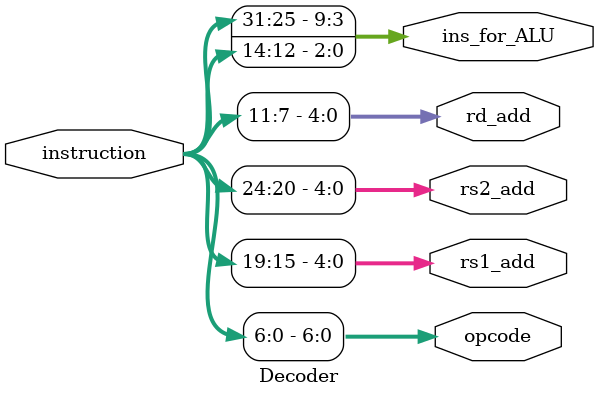
<source format=v>
`timescale 1ns / 1ps
module Decoder(
    input [31:0] instruction,
    output reg [6:0] opcode = 0, 
    output reg [4:0] rs1_add = 0, 
    output reg [4:0] rs2_add = 0, 
    output reg [4:0] rd_add = 0,
    output reg [9:0] ins_for_ALU = 0);

    always @ (*) begin
        opcode = instruction[6:0];
        rs1_add = instruction[19:15];
        rs2_add = instruction[24:20];
        rd_add = instruction[11:7];
        ins_for_ALU = {instruction[31:25], instruction[14:12]};
    end
endmodule

</source>
